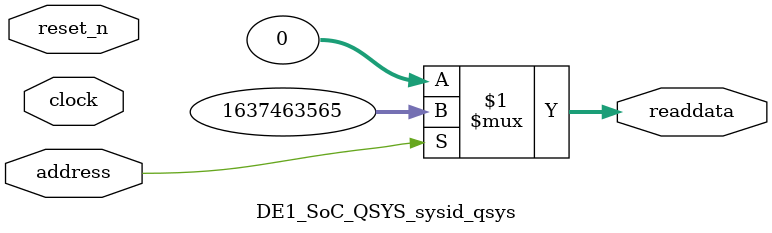
<source format=v>

`timescale 1ns / 1ps
// synthesis translate_on

// turn off superfluous verilog processor warnings 
// altera message_level Level1 
// altera message_off 10034 10035 10036 10037 10230 10240 10030 

module DE1_SoC_QSYS_sysid_qsys (
               // inputs:
                address,
                clock,
                reset_n,

               // outputs:
                readdata
             )
;

  output  [ 31: 0] readdata;
  input            address;
  input            clock;
  input            reset_n;

  wire    [ 31: 0] readdata;
  //control_slave, which is an e_avalon_slave
  assign readdata = address ? 1637463565 : 0;

endmodule




</source>
